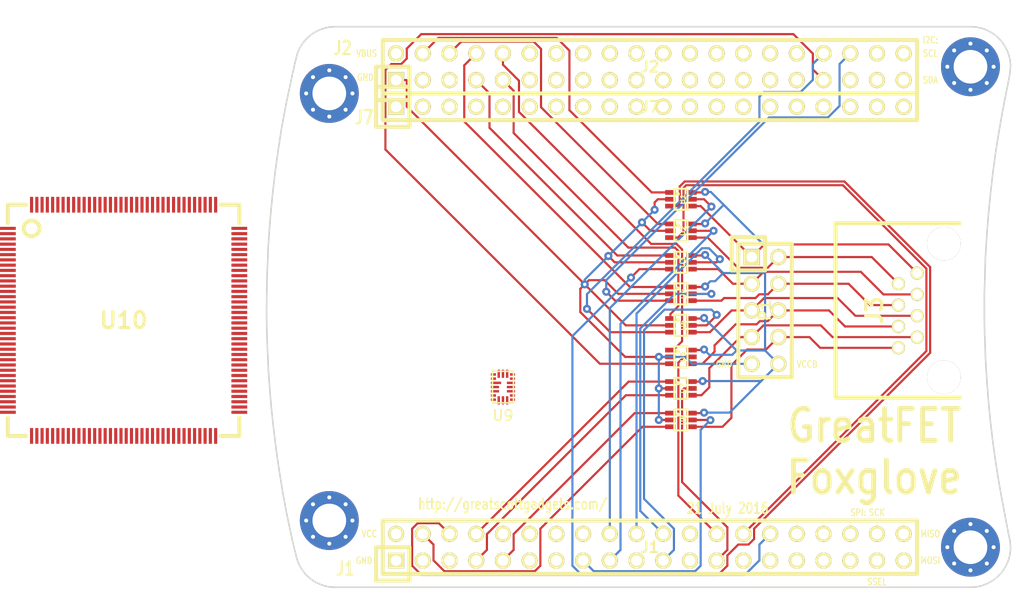
<source format=kicad_pcb>
(kicad_pcb (version 20221018) (generator pcbnew)
  (layers (0 "F.Cu" signal) (31 "B.Cu" signal) (34 "B.Paste" user) (35 "F.Paste" user) (36 "B.SilkS" user "B.Silkscreen") (37 "F.SilkS" user "F.Silkscreen") (38 "B.Mask" user) (39 "F.Mask" user) (44 "Edge.Cuts" user))
  (net 0 "")
  (net 1 "GND")
  (net 2 "VCC")
  (net 3 "Net-(J1-Pad3)")
  (net 4 "/A8")
  (net 5 "Net-(J1-Pad5)")
  (net 6 "/A1")
  (net 7 "/A7")
  (net 8 "/VA7")
  (net 9 "/VA8")
  (net 10 "Net-(J1-Pad10)")
  (net 11 "Net-(J1-Pad11)")
  (net 12 "Net-(J1-Pad12)")
  (net 13 "Net-(J1-Pad13)")
  (net 14 "Net-(J1-Pad14)")
  (net 15 "/DIR8")
  (net 16 "Net-(J1-Pad16)")
  (net 17 "/DIR2")
  (net 18 "/DIR1")
  (net 19 "Net-(J1-Pad19)")
  (net 20 "/DIR3")
  (net 21 "/DIR5")
  (net 22 "/DIR4")
  (net 23 "Net-(J1-Pad23)")
  (net 24 "Net-(J1-Pad24)")
  (net 25 "/DIR7")
  (net 26 "/DIR6")
  (net 27 "Net-(J1-Pad27)")
  (net 28 "/A2")
  (net 29 "Net-(J1-Pad29)")
  (net 30 "/A3")
  (net 31 "Net-(J1-Pad31)")
  (net 32 "Net-(J1-Pad32)")
  (net 33 "Net-(J1-Pad33)")
  (net 34 "Net-(J1-Pad34)")
  (net 35 "Net-(J1-Pad35)")
  (net 36 "Net-(J1-Pad36)")
  (net 37 "Net-(J1-Pad37)")
  (net 38 "Net-(J1-Pad38)")
  (net 39 "Net-(J1-Pad39)")
  (net 40 "Net-(J1-Pad40)")
  (net 41 "Net-(J2-Pad2)")
  (net 42 "Net-(J2-Pad3)")
  (net 43 "/VA1")
  (net 44 "Net-(J2-Pad5)")
  (net 45 "/VA2")
  (net 46 "/VA3")
  (net 47 "/VA4")
  (net 48 "/VA5")
  (net 49 "/VA6")
  (net 50 "Net-(J2-Pad11)")
  (net 51 "Net-(J2-Pad12)")
  (net 52 "Net-(J2-Pad13)")
  (net 53 "Net-(J2-Pad14)")
  (net 54 "Net-(J2-Pad15)")
  (net 55 "Net-(J2-Pad16)")
  (net 56 "Net-(J2-Pad17)")
  (net 57 "Net-(J2-Pad18)")
  (net 58 "Net-(J2-Pad19)")
  (net 59 "Net-(J2-Pad20)")
  (net 60 "Net-(J2-Pad21)")
  (net 61 "Net-(J2-Pad22)")
  (net 62 "Net-(J2-Pad23)")
  (net 63 "Net-(J2-Pad24)")
  (net 64 "Net-(J2-Pad25)")
  (net 65 "Net-(J2-Pad26)")
  (net 66 "Net-(J2-Pad27)")
  (net 67 "Net-(J2-Pad28)")
  (net 68 "Net-(J2-Pad29)")
  (net 69 "Net-(J2-Pad30)")
  (net 70 "Net-(J2-Pad31)")
  (net 71 "Net-(J2-Pad32)")
  (net 72 "/A6")
  (net 73 "/A5")
  (net 74 "Net-(J2-Pad35)")
  (net 75 "/A4")
  (net 76 "Net-(J2-Pad37)")
  (net 77 "Net-(J2-Pad38)")
  (net 78 "Net-(J2-Pad39)")
  (net 79 "Net-(J2-Pad40)")
  (net 80 "/B1")
  (net 81 "/B2")
  (net 82 "/B3")
  (net 83 "/B4")
  (net 84 "/B5")
  (net 85 "/B6")
  (net 86 "/B7")
  (net 87 "/B8")
  (net 88 "Net-(J7-Pad1)")
  (net 89 "Net-(J7-Pad2)")
  (net 90 "Net-(J7-Pad3)")
  (net 91 "Net-(J7-Pad4)")
  (net 92 "Net-(J7-Pad5)")
  (net 93 "Net-(J7-Pad6)")
  (net 94 "Net-(J7-Pad7)")
  (net 95 "Net-(J7-Pad8)")
  (net 96 "Net-(J7-Pad9)")
  (net 97 "Net-(J7-Pad10)")
  (net 98 "Net-(J7-Pad11)")
  (net 99 "Net-(J7-Pad12)")
  (net 100 "Net-(J7-Pad13)")
  (net 101 "Net-(J7-Pad14)")
  (net 102 "Net-(J7-Pad15)")
  (net 103 "Net-(J7-Pad16)")
  (net 104 "Net-(J7-Pad17)")
  (net 105 "Net-(J7-Pad18)")
  (net 106 "Net-(J7-Pad19)")
  (net 107 "Net-(J7-Pad20)")
  (net 108 "/VCCB")
  (net 109 "Net-(U9-Pad20)")
  (net 110 "Net-(U9-Pad19)")
  (net 111 "Net-(U9-Pad18)")
  (net 112 "Net-(U9-Pad17)")
  (net 113 "Net-(U9-Pad16)")
  (net 114 "Net-(U9-Pad15)")
  (net 115 "/VDD2")
  (net 116 "Net-(U9-Pad13)")
  (net 117 "Net-(U9-Pad12)")
  (net 118 "Net-(U9-Pad10)")
  (net 119 "Net-(U9-Pad9)")
  (net 120 "Net-(U9-Pad8)")
  (net 121 "Net-(U9-Pad7)")
  (net 122 "Net-(U9-Pad6)")
  (net 123 "Net-(U9-Pad5)")
  (net 124 "Net-(U9-Pad4)")
  (net 125 "Net-(U9-Pad3)")
  (net 126 "Net-(U9-Pad2)")
  (net 127 "Net-(U10-Pad1)")
  (net 128 "Net-(U10-Pad2)")
  (net 129 "Net-(U10-Pad3)")
  (net 130 "Net-(U10-Pad4)")
  (net 131 "Net-(U10-Pad5)")
  (net 132 "Net-(U10-Pad6)")
  (net 133 "Net-(U10-Pad7)")
  (net 134 "Net-(U10-Pad8)")
  (net 135 "Net-(U10-Pad9)")
  (net 136 "Net-(U10-Pad10)")
  (net 137 "Net-(U10-Pad11)")
  (net 138 "Net-(U10-Pad12)")
  (net 139 "Net-(U10-Pad13)")
  (net 140 "Net-(U10-Pad14)")
  (net 141 "Net-(U10-Pad15)")
  (net 142 "Net-(U10-Pad16)")
  (net 143 "Net-(U10-Pad17)")
  (net 144 "Net-(U10-Pad18)")
  (net 145 "Net-(U10-Pad19)")
  (net 146 "Net-(U10-Pad20)")
  (net 147 "Net-(U10-Pad21)")
  (net 148 "Net-(U10-Pad22)")
  (net 149 "Net-(U10-Pad23)")
  (net 150 "Net-(U10-Pad24)")
  (net 151 "Net-(U10-Pad25)")
  (net 152 "Net-(U10-Pad26)")
  (net 153 "Net-(U10-Pad27)")
  (net 154 "Net-(U10-Pad28)")
  (net 155 "Net-(U10-Pad29)")
  (net 156 "Net-(U10-Pad30)")
  (net 157 "Net-(U10-Pad31)")
  (net 158 "Net-(U10-Pad32)")
  (net 159 "Net-(U10-Pad33)")
  (net 160 "Net-(U10-Pad34)")
  (net 161 "Net-(U10-Pad35)")
  (net 162 "Net-(U10-Pad36)")
  (net 163 "Net-(U10-Pad37)")
  (net 164 "Net-(U10-Pad38)")
  (net 165 "Net-(U10-Pad39)")
  (net 166 "Net-(U10-Pad40)")
  (net 167 "Net-(U10-Pad41)")
  (net 168 "Net-(U10-Pad42)")
  (net 169 "Net-(U10-Pad43)")
  (net 170 "Net-(U10-Pad44)")
  (net 171 "Net-(U10-Pad45)")
  (net 172 "Net-(U10-Pad46)")
  (net 173 "Net-(U10-Pad47)")
  (net 174 "Net-(U10-Pad48)")
  (net 175 "Net-(U10-Pad49)")
  (net 176 "Net-(U10-Pad50)")
  (net 177 "Net-(U10-Pad51)")
  (net 178 "Net-(U10-Pad52)")
  (net 179 "Net-(U10-Pad53)")
  (net 180 "Net-(U10-Pad54)")
  (net 181 "Net-(U10-Pad55)")
  (net 182 "Net-(U10-Pad56)")
  (net 183 "Net-(U10-Pad57)")
  (net 184 "Net-(U10-Pad58)")
  (net 185 "Net-(U10-Pad59)")
  (net 186 "Net-(U10-Pad60)")
  (net 187 "Net-(U10-Pad61)")
  (net 188 "Net-(U10-Pad62)")
  (net 189 "Net-(U10-Pad63)")
  (net 190 "Net-(U10-Pad64)")
  (net 191 "Net-(U10-Pad65)")
  (net 192 "Net-(U10-Pad66)")
  (net 193 "Net-(U10-Pad67)")
  (net 194 "Net-(U10-Pad68)")
  (net 195 "Net-(U10-Pad69)")
  (net 196 "Net-(U10-Pad70)")
  (net 197 "Net-(U10-Pad71)")
  (net 198 "Net-(U10-Pad72)")
  (net 199 "Net-(U10-Pad73)")
  (net 200 "Net-(U10-Pad74)")
  (net 201 "Net-(U10-Pad75)")
  (net 202 "Net-(U10-Pad76)")
  (net 203 "Net-(U10-Pad77)")
  (net 204 "Net-(U10-Pad78)")
  (net 205 "Net-(U10-Pad79)")
  (net 206 "Net-(U10-Pad80)")
  (net 207 "Net-(U10-Pad81)")
  (net 208 "Net-(U10-Pad82)")
  (net 209 "Net-(U10-Pad83)")
  (net 210 "Net-(U10-Pad84)")
  (net 211 "Net-(U10-Pad85)")
  (net 212 "Net-(U10-Pad86)")
  (net 213 "Net-(U10-Pad87)")
  (net 214 "Net-(U10-Pad88)")
  (net 215 "Net-(U10-Pad89)")
  (net 216 "Net-(U10-Pad90)")
  (net 217 "Net-(U10-Pad91)")
  (net 218 "Net-(U10-Pad92)")
  (net 219 "Net-(U10-Pad93)")
  (net 220 "Net-(U10-Pad94)")
  (net 221 "Net-(U10-Pad95)")
  (net 222 "Net-(U10-Pad96)")
  (net 223 "Net-(U10-Pad97)")
  (net 224 "Net-(U10-Pad98)")
  (net 225 "Net-(U10-Pad99)")
  (net 226 "Net-(U10-Pad100)")
  (net 227 "Net-(U10-Pad101)")
  (net 228 "Net-(U10-Pad102)")
  (net 229 "Net-(U10-Pad103)")
  (net 230 "Net-(U10-Pad104)")
  (net 231 "Net-(U10-Pad105)")
  (net 232 "Net-(U10-Pad106)")
  (net 233 "Net-(U10-Pad107)")
  (net 234 "Net-(U10-Pad108)")
  (net 235 "Net-(U10-Pad109)")
  (net 236 "Net-(U10-Pad110)")
  (net 237 "Net-(U10-Pad111)")
  (net 238 "Net-(U10-Pad112)")
  (net 239 "Net-(U10-Pad113)")
  (net 240 "Net-(U10-Pad114)")
  (net 241 "Net-(U10-Pad115)")
  (net 242 "Net-(U10-Pad116)")
  (net 243 "Net-(U10-Pad117)")
  (net 244 "Net-(U10-Pad118)")
  (net 245 "Net-(U10-Pad119)")
  (net 246 "Net-(U10-Pad120)")
  (net 247 "Net-(U10-Pad121)")
  (net 248 "Net-(U10-Pad122)")
  (net 249 "Net-(U10-Pad123)")
  (net 250 "Net-(U10-Pad124)")
  (net 251 "Net-(U10-Pad125)")
  (net 252 "Net-(U10-Pad126)")
  (net 253 "Net-(U10-Pad127)")
  (net 254 "Net-(U10-Pad128)")
  (net 255 "Net-(U10-Pad129)")
  (net 256 "Net-(U10-Pad130)")
  (net 257 "Net-(U10-Pad131)")
  (net 258 "Net-(U10-Pad132)")
  (net 259 "Net-(U10-Pad133)")
  (net 260 "Net-(U10-Pad134)")
  (net 261 "Net-(U10-Pad135)")
  (net 262 "Net-(U10-Pad136)")
  (net 263 "Net-(U10-Pad137)")
  (net 264 "Net-(U10-Pad138)")
  (net 265 "Net-(U10-Pad139)")
  (net 266 "Net-(U10-Pad140)")
  (net 267 "Net-(U10-Pad141)")
  (net 268 "Net-(U10-Pad142)")
  (net 269 "Net-(U10-Pad143)")
  (net 270 "Net-(U10-Pad144)")
  (footprint "gsg-modules:HEADER-2x20" (layer "F.Cu") (at 146.05 118.11)
    (fp_text reference "J1")
    (fp_text value "NEIGHBOR1" hide)
  )
  (footprint "gsg-modules:HEADER-2x20" (layer "F.Cu") (at 146.05 72.39)
    (fp_text reference "J2")
    (fp_text value "NEIGHBOR2" hide)
  )
  (footprint "gsg-modules:HEADER-1x20" (layer "F.Cu") (at 146.05 76.2)
    (fp_text reference "J7")
    (fp_text value "BONUS_ROW" hide)
  )
  (footprint "gsg-modules:HOLE126MIL-COPPER" (layer "F.Cu") (at 115.57 74.93)
    (fp_text reference "MH1" hide)
    (fp_text value "MOUNTING_HOLE" hide)
  )
  (footprint "gsg-modules:HOLE126MIL-COPPER" (layer "F.Cu") (at 115.57 115.57)
    (fp_text reference "MH2" hide)
    (fp_text value "MOUNTING_HOLE" hide)
  )
  (footprint "gsg-modules:HOLE126MIL-COPPER" (layer "F.Cu") (at 176.53 118.11)
    (fp_text reference "MH3" hide)
    (fp_text value "MOUNTING_HOLE" hide)
  )
  (footprint "gsg-modules:HOLE126MIL-COPPER" (layer "F.Cu") (at 176.53 72.39)
    (fp_text reference "MH4" hide)
    (fp_text value "MOUNTING_HOLE" hide)
  )
  (footprint "gsg-modules:RJ45-RJHSE-5380" (layer "F.Cu") (at 174 95.58 90)
    (fp_text reference "J3")
    (fp_text value "RJ45" hide)
  )
  (footprint "gsg-modules:HEADER-2x5" (layer "F.Cu") (at 157 95.58 -90)
    (fp_text reference "P1")
    (fp_text value "CONN_02X05" hide)
  )
  (footprint "gsg-modules:SOT363" (layer "F.Cu") (at 149 85 -90)
    (fp_text reference "U1")
    (fp_text value "SHIFTER1" hide)
  )
  (footprint "gsg-modules:SOT363" (layer "F.Cu") (at 149 88 -90)
    (fp_text reference "U2")
    (fp_text value "SHIFTER2" hide)
  )
  (footprint "gsg-modules:SOT363" (layer "F.Cu") (at 149 91 -90)
    (fp_text reference "U3")
    (fp_text value "SHIFTER3" hide)
  )
  (footprint "gsg-modules:SOT363" (layer "F.Cu") (at 149 94 -90)
    (fp_text reference "U4")
    (fp_text value "SHIFTER4" hide)
  )
  (footprint "gsg-modules:SOT363" (layer "F.Cu") (at 149 97 -90)
    (fp_text reference "U5")
    (fp_text value "SHIFTER5" hide)
  )
  (footprint "gsg-modules:SOT363" (layer "F.Cu") (at 149 100 -90)
    (fp_text reference "U6")
    (fp_text value "SHIFTER6" hide)
  )
  (footprint "gsg-modules:SOT363" (layer "F.Cu") (at 149 103 -90)
    (fp_text reference "U7")
    (fp_text value "SHIFTER7" hide)
  )
  (footprint "gsg-modules:SOT363" (layer "F.Cu") (at 149 106 -90)
    (fp_text reference "U8")
    (fp_text value "SHIFTER8" hide)
  )
  (footprint "gsg-modules:SLG46621" (layer "F.Cu") (at 132.08 102.87)
    (fp_text reference "U9")
    (fp_text value "SLG46621")
  )
  (footprint "gsg-modules:LQFP144" (layer "F.Cu") (at 96.012 96.52)
    (fp_text reference "U10")
    (fp_text value "iCE40HX4K" hide)
  )
  (gr_line (start 109.601 95.5802) (end 109.6264 97.4852) (stroke (width 0.15)) (layer "Edge.Cuts"))
  (gr_line (start 110.5154 108.8136) (end 110.2614 106.7308) (stroke (width 0.15)) (layer "Edge.Cuts"))
  (gr_line (start 114.3762 121.4882) (end 114.0968 121.3358) (stroke (width 0.15)) (layer "Edge.Cuts"))
  (gr_line (start 178.2572 86.233) (end 178.4604 84.2264) (stroke (width 0.15)) (layer "Edge.Cuts"))
  (gr_line (start 110.4392 82.2706) (end 110.2106 84.201) (stroke (width 0.15)) (layer "Edge.Cuts"))
  (gr_line (start 116.1288 121.92) (end 115.6462 121.8946) (stroke (width 0.15)) (layer "Edge.Cuts"))
  (gr_line (start 114.0968 121.3358) (end 113.7412 121.0818) (stroke (width 0.15)) (layer "Edge.Cuts"))
  (gr_line (start 178.0794 102.108) (end 178.2318 104.1146) (stroke (width 0.15)) (layer "Edge.Cuts"))
  (gr_line (start 109.6518 92.1766) (end 109.6264 93.726) (stroke (width 0.15)) (layer "Edge.Cuts"))
  (gr_line (start 177.9524 90.5002) (end 177.9016 92.3544) (stroke (width 0.15)) (layer "Edge.Cuts"))
  (gr_line (start 112.4712 71.374) (end 112.395 71.6788) (stroke (width 0.15)) (layer "Edge.Cuts"))
  (gr_line (start 113.4872 120.8532) (end 113.2586 120.6246) (stroke (width 0.15)) (layer "Edge.Cuts"))
  (gr_line (start 176.53 121.92) (end 116.1288 121.92) (stroke (width 0.15)) (layer "Edge.Cuts"))
  (gr_line (start 112.5474 119.4054) (end 112.4458 119.0244) (stroke (width 0.15)) (layer "Edge.Cuts"))
  (gr_line (start 113.3856 69.7484) (end 113.1824 69.977) (stroke (width 0.15)) (layer "Edge.Cuts"))
  (gr_line (start 109.7534 89.7128) (end 109.728 90.5002) (stroke (width 0.15)) (layer "Edge.Cuts"))
  (gr_line (start 109.6772 98.933) (end 109.728 99.9998) (stroke (width 0.15)) (layer "Edge.Cuts"))
  (gr_arc (start 176.53 68.58) (mid 179.224077 69.695923) (end 180.34 72.39) (stroke (width 0.15)) (layer "Edge.Cuts"))
  (gr_line (start 109.728 90.5002) (end 109.6518 92.1766) (stroke (width 0.15)) (layer "Edge.Cuts"))
  (gr_line (start 177.9524 90.5002) (end 178.0794 88.4682) (stroke (width 0.15)) (layer "Edge.Cuts"))
  (gr_line (start 179.8828 115.4684) (end 180.1368 116.7892) (stroke (width 0.15)) (layer "Edge.Cuts"))
  (gr_line (start 178.6636 82.4484) (end 178.9176 80.5688) (stroke (width 0.15)) (layer "Edge.Cuts"))
  (gr_line (start 178.6382 107.9246) (end 178.8922 109.8042) (stroke (width 0.15)) (layer "Edge.Cuts"))
  (gr_line (start 116.1288 68.58) (end 115.697 68.6054) (stroke (width 0.15)) (layer "Edge.Cuts"))
  (gr_line (start 109.9058 103.0224) (end 109.7788 101.2952) (stroke (width 0.15)) (layer "Edge.Cuts"))
  (gr_line (start 178.9176 80.5688) (end 179.197 78.8162) (stroke (width 0.15)) (layer "Edge.Cuts"))
  (gr_line (start 115.697 68.6054) (end 115.2398 68.6816) (stroke (width 0.15)) (layer "Edge.Cuts"))
  (gr_line (start 112.8268 70.485) (end 112.649 70.8406) (stroke (width 0.15)) (layer "Edge.Cuts"))
  (gr_line (start 109.6264 97.4852) (end 109.6772 98.933) (stroke (width 0.15)) (layer "Edge.Cuts"))
  (gr_line (start 177.8508 96.393) (end 177.8762 97.79) (stroke (width 0.15)) (layer "Edge.Cuts"))
  (gr_line (start 112.5474 71.0946) (end 112.4712 71.374) (stroke (width 0.15)) (layer "Edge.Cuts"))
  (gr_line (start 114.0206 69.215) (end 113.6904 69.469) (stroke (width 0.15)) (layer "Edge.Cuts"))
  (gr_arc (start 180.34 118.11) (mid 179.224077 120.804077) (end 176.53 121.92) (stroke (width 0.15)) (layer "Edge.Cuts"))
  (gr_line (start 112.3442 118.6434) (end 112.0902 117.602) (stroke (width 0.15)) (layer "Edge.Cuts"))
  (gr_line (start 115.6462 121.8946) (end 115.2398 121.8184) (stroke (width 0.15)) (layer "Edge.Cuts"))
  (gr_line (start 111.4806 75.8444) (end 111.0488 78.1304) (stroke (width 0.15)) (layer "Edge.Cuts"))
  (gr_line (start 113.6904 69.469) (end 113.3856 69.7484) (stroke (width 0.15)) (layer "Edge.Cuts"))
  (gr_line (start 114.3762 69.0118) (end 114.0206 69.215) (stroke (width 0.15)) (layer "Edge.Cuts"))
  (gr_line (start 109.7788 101.2952) (end 109.728 99.9998) (stroke (width 0.15)) (layer "Edge.Cuts"))
  (gr_line (start 179.5526 113.7158) (end 179.8828 115.4684) (stroke (width 0.15)) (layer "Edge.Cuts"))
  (gr_line (start 179.5018 77.0636) (end 179.8066 75.438) (stroke (width 0.15)) (layer "Edge.Cuts"))
  (gr_line (start 178.2318 104.1146) (end 178.4096 105.9942) (stroke (width 0.15)) (layer "Edge.Cuts"))
  (gr_line (start 178.4096 105.9942) (end 178.6382 107.9246) (stroke (width 0.15)) (layer "Edge.Cuts"))
  (gr_line (start 110.7186 80.264) (end 110.4392 82.2706) (stroke (width 0.15)) (layer "Edge.Cuts"))
  (gr_line (start 178.4604 84.2264) (end 178.6636 82.4484) (stroke (width 0.15)) (layer "Edge.Cuts"))
  (gr_line (start 112.395 71.6788) (end 112.3188 71.9582) (stroke (width 0.15)) (layer "Edge.Cuts"))
  (gr_line (start 180.2892 117.5004) (end 180.34 118.11) (stroke (width 0.15)) (layer "Edge.Cuts"))
  (gr_line (start 177.8508 94.0054) (end 177.8508 95.123) (stroke (width 0.15)) (layer "Edge.Cuts"))
  (gr_line (start 112.014 73.3298) (end 111.4806 75.8444) (stroke (width 0.15)) (layer "Edge.Cuts"))
  (gr_line (start 109.8804 87.7824) (end 109.7534 89.7128) (stroke (width 0.15)) (layer "Edge.Cuts"))
  (gr_line (start 177.9016 92.3544) (end 177.8508 94.0054) (stroke (width 0.15)) (layer "Edge.Cuts"))
  (gr_line (start 115.2398 121.8184) (end 114.7572 121.666) (stroke (width 0.15)) (layer "Edge.Cuts"))
  (gr_line (start 177.927 99.0346) (end 177.9524 99.9998) (stroke (width 0.15)) (layer "Edge.Cuts"))
  (gr_line (start 109.6264 93.726) (end 109.601 95.5802) (stroke (width 0.15)) (layer "Edge.Cuts"))
  (gr_line (start 177.9524 99.9998) (end 178.0794 102.108) (stroke (width 0.15)) (layer "Edge.Cuts"))
  (gr_line (start 112.0902 117.602) (end 111.5314 114.9858) (stroke (width 0.15)) (layer "Edge.Cuts"))
  (gr_line (start 180.1368 116.7892) (end 180.2892 117.5004) (stroke (width 0.15)) (layer "Edge.Cuts"))
  (gr_line (start 179.2224 111.887) (end 179.5526 113.7158) (stroke (width 0.15)) (layer "Edge.Cuts"))
  (gr_line (start 180.2638 73.1266) (end 180.34 72.39) (stroke (width 0.15)) (layer "Edge.Cuts"))
  (gr_line (start 113.2586 120.6246) (end 113.03 120.3198) (stroke (width 0.15)) (layer "Edge.Cuts"))
  (gr_line (start 112.8776 120.0912) (end 112.6998 119.761) (stroke (width 0.15)) (layer "Edge.Cuts"))
  (gr_line (start 177.8508 95.123) (end 177.8508 96.393) (stroke (width 0.15)) (layer "Edge.Cuts"))
  (gr_line (start 180.1368 73.8124) (end 180.2638 73.1266) (stroke (width 0.15)) (layer "Edge.Cuts"))
  (gr_line (start 112.649 70.8406) (end 112.5474 71.0946) (stroke (width 0.15)) (layer "Edge.Cuts"))
  (gr_line (start 113.7412 121.0818) (end 113.4872 120.8532) (stroke (width 0.15)) (layer "Edge.Cuts"))
  (gr_line (start 177.8762 97.79) (end 177.927 99.0346) (stroke (width 0.15)) (layer "Edge.Cuts"))
  (gr_line (start 112.4458 119.0244) (end 112.3442 118.6434) (stroke (width 0.15)) (layer "Edge.Cuts"))
  (gr_line (start 179.197 78.8162) (end 179.5018 77.0636) (stroke (width 0.15)) (layer "Edge.Cuts"))
  (gr_line (start 179.8066 75.438) (end 180.1368 73.8124) (stroke (width 0.15)) (layer "Edge.Cuts"))
  (gr_line (start 116.1288 68.58) (end 176.53 68.58) (stroke (width 0.15)) (layer "Edge.Cuts"))
  (gr_line (start 115.2398 68.6816) (end 114.8334 68.8086) (stroke (width 0.15)) (layer "Edge.Cuts"))
  (gr_line (start 111.1504 112.9284) (end 110.7948 110.744) (stroke (width 0.15)) (layer "Edge.Cuts"))
  (gr_line (start 111.5314 114.9858) (end 111.1504 112.9284) (stroke (width 0.15)) (layer "Edge.Cuts"))
  (gr_line (start 178.0794 88.4682) (end 178.2572 86.233) (stroke (width 0.15)) (layer "Edge.Cuts"))
  (gr_line (start 113.03 120.3198) (end 112.8776 120.0912) (stroke (width 0.15)) (layer "Edge.Cuts"))
  (gr_line (start 110.2614 106.7308) (end 110.0582 104.8512) (stroke (width 0.15)) (layer "Edge.Cuts"))
  (gr_line (start 110.2106 84.201) (end 110.0074 86.2584) (stroke (width 0.15)) (layer "Edge.Cuts"))
  (gr_line (start 112.6998 119.761) (end 112.5474 119.4054) (stroke (width 0.15)) (layer "Edge.Cuts"))
  (gr_line (start 110.0582 104.8512) (end 109.9058 103.0224) (stroke (width 0.15)) (layer "Edge.Cuts"))
  (gr_line (start 110.0074 86.2584) (end 109.8804 87.7824) (stroke (width 0.15)) (layer "Edge.Cuts"))
  (gr_line (start 112.3188 71.9582) (end 112.014 73.3298) (stroke (width 0.15)) (layer "Edge.Cuts"))
  (gr_line (start 114.7572 121.666) (end 114.3762 121.4882) (stroke (width 0.15)) (layer "Edge.Cuts"))
  (gr_line (start 114.8334 68.8086) (end 114.3762 69.0118) (stroke (width 0.15)) (layer "Edge.Cuts"))
  (gr_line (start 113.1824 69.977) (end 113.0046 70.2056) (stroke (width 0.15)) (layer "Edge.Cuts"))
  (gr_line (start 111.0488 78.1304) (end 110.7186 80.264) (stroke (width 0.15)) (layer "Edge.Cuts"))
  (gr_line (start 113.0046 70.2056) (end 112.8268 70.485) (stroke (width 0.15)) (layer "Edge.Cuts"))
  (gr_line (start 110.7948 110.744) (end 110.5154 108.8136) (stroke (width 0.15)) (layer "Edge.Cuts"))
  (gr_line (start 178.8922 109.8042) (end 179.2224 111.887) (stroke (width 0.15)) (layer "Edge.Cuts"))
  (gr_text "J1" (at 117.094 120.142) (layer "F.SilkS") (effects (font (size 1.27 1.016) (thickness 0.2032))))
  (gr_text "J2" (at 116.84 70.612) (layer "F.SilkS") (effects (font (size 1.27 1.016) (thickness 0.2032))))
  (gr_text "J7" (at 118.872 77.216) (layer "F.SilkS") (effects (font (size 1.27 1.016) (thickness 0.2032))))
  (gr_text "MOSI" (at 172.72 119.38) (layer "F.SilkS") (effects (font (size 0.635 0.508) (thickness 0.1016))))
  (gr_text "MISO" (at 172.72 116.84) (layer "F.SilkS") (effects (font (size 0.635 0.508) (thickness 0.1016))))
  (gr_text "SSEL" (at 167.64 121.412) (layer "F.SilkS") (effects (font (size 0.635 0.508) (thickness 0.1016))))
  (gr_text "SCK" (at 167.64 114.808) (layer "F.SilkS") (effects (font (size 0.635 0.508) (thickness 0.1016))))
  (gr_text "SDA" (at 172.72 73.66) (layer "F.SilkS") (effects (font (size 0.635 0.508) (thickness 0.1016))))
  (gr_text "SCL" (at 172.72 71.12) (layer "F.SilkS") (effects (font (size 0.635 0.508) (thickness 0.1016))))
  (gr_text "I2C:" (at 172.72 69.85) (layer "F.SilkS") (effects (font (size 0.635 0.508) (thickness 0.1016))))
  (gr_text "SPI:" (at 165.862 114.808) (layer "F.SilkS") (effects (font (size 0.635 0.508) (thickness 0.1016))))
  (gr_text "GND" (at 118.872 119.38) (layer "F.SilkS") (effects (font (size 0.635 0.508) (thickness 0.1016))))
  (gr_text "VCC" (at 119.38 116.84) (layer "F.SilkS") (effects (font (size 0.635 0.508) (thickness 0.1016))))
  (gr_text "VBUS" (at 119.126 71.12) (layer "F.SilkS") (effects (font (size 0.635 0.508) (thickness 0.1016))))
  (gr_text "GND" (at 118.999 73.406) (layer "F.SilkS") (effects (font (size 0.635 0.508) (thickness 0.1016))))
  (gr_text "http://greatscottgadgets.com/" (at 133 114) (layer "F.SilkS") (effects (font (size 1.016 0.762) (thickness 0.1524))))
  (gr_text "21 July 2016" (at 153.4414 114.4016) (layer "F.SilkS") (effects (font (size 1.016 0.762) (thickness 0.1524))))
  (gr_text "VCCB" (at 161 100.7) (layer "F.SilkS") (effects (font (size 0.635 0.508) (thickness 0.1016))))
  (gr_text "GND" (at 153.1 100.7) (layer "F.SilkS") (effects (font (size 0.635 0.508) (thickness 0.1016))))
  (gr_text "GreatFET\nFoxglove" (at 167.386 109.0168) (layer "F.SilkS") (effects (font (size 3.048 2.54) (thickness 0.4572))))
  (segment (start 143.756318 97) (end 147.2968 97) (width 0.2032) (layer "F.Cu") (net 1))
  (segment (start 121.92 73.66) (end 122.8852 73.66) (width 0.2032) (layer "F.Cu") (net 1))
  (segment (start 147.2968 97) (end 148 97) (width 0.2032) (layer "F.Cu") (net 1))
  (segment (start 122.936001 76.179683) (end 139.856182 93.099864) (width 0.2032) (layer "F.Cu") (net 1))
  (segment (start 143.697034 100) (end 139.433417 95.736383) (width 0.2032) (layer "F.Cu") (net 1))
  (segment (start 122.8852 73.66) (end 122.936001 73.710801) (width 0.2032) (layer "F.Cu") (net 1))
  (segment (start 148 91) (end 142.7 91) (width 0.2032) (layer "F.Cu") (net 1))
  (segment (start 148 103) (end 146.9 103) (width 0.2032) (layer "F.Cu") (net 1))
  (segment (start 145.3 87.2) (end 146.1 88) (width 0.2032) (layer "F.Cu") (net 1))
  (segment (start 146.5 85.3) (end 146.8 85) (width 0.2032) (layer "F.Cu") (net 1))
  (segment (start 148 100) (end 143.697034 100) (width 0.2032) (layer "F.Cu") (net 1))
  (segment (start 139.433417 95.736383) (end 139.433417 93.522629) (width 0.2032) (layer "F.Cu") (net 1))
  (segment (start 122.936001 73.710801) (end 122.936001 76.179683) (width 0.2032) (layer "F.Cu") (net 1))
  (segment (start 140.256046 92.7) (end 139.856182 93.099864) (width 0.2032) (layer "F.Cu") (net 1))
  (segment (start 143.039802 94) (end 141.739802 92.7) (width 0.2032) (layer "F.Cu") (net 1))
  (segment (start 148 106) (end 146.9 106) (width 0.2032) (layer "F.Cu") (net 1))
  (segment (start 141.739802 92.7) (end 140.256046 92.7) (width 0.2032) (layer "F.Cu") (net 1))
  (segment (start 139.433417 93.522629) (end 139.856182 93.099864) (width 0.2032) (layer "F.Cu") (net 1))
  (segment (start 142.7 91) (end 142.1 90.4) (width 0.2032) (layer "F.Cu") (net 1))
  (segment (start 146.1 88) (end 148 88) (width 0.2032) (layer "F.Cu") (net 1))
  (segment (start 148 94) (end 143.039802 94) (width 0.2032) (layer "F.Cu") (net 1))
  (segment (start 139.856182 93.099864) (end 143.756318 97) (width 0.2032) (layer "F.Cu") (net 1))
  (segment (start 146.5 86) (end 146.5 85.3) (width 0.2032) (layer "F.Cu") (net 1))
  (segment (start 146.8 85) (end 148 85) (width 0.2032) (layer "F.Cu") (net 1))
  (via (at 146.9 100) (size 0.762) (drill 0.3302) (layers "F.Cu" "B.Cu") (net 1))
  (via (at 146.5 86) (size 0.762) (drill 0.3302) (layers "F.Cu" "B.Cu") (net 1))
  (via (at 145.3 87.2) (size 0.762) (drill 0.3302) (layers "F.Cu" "B.Cu") (net 1))
  (via (at 142.1 90.4) (size 0.762) (drill 0.3302) (layers "F.Cu" "B.Cu") (net 1))
  (via (at 146.9 103) (size 0.762) (drill 0.3302) (layers "F.Cu" "B.Cu") (net 1))
  (via (at 139.856182 93.099864) (size 0.762) (drill 0.3302) (layers "F.Cu" "B.Cu") (net 1))
  (via (at 146.9 106) (size 0.762) (drill 0.3302) (layers "F.Cu" "B.Cu") (net 1))
  (segment (start 155.73 100.66) (end 150.06 100.66) (width 0.2032) (layer "B.Cu") (net 1))
  (segment (start 142.1 90.4) (end 145.3 87.2) (width 0.2032) (layer "B.Cu") (net 1))
  (segment (start 146.9 106) (end 146.9 103) (width 0.2032) (layer "B.Cu") (net 1))
  (segment (start 142.1 90.4) (end 139.856182 92.643818) (width 0.2032) (layer "B.Cu") (net 1))
  (segment (start 149.4 100) (end 146.9 100) (width 0.2032) (layer "B.Cu") (net 1))
  (segment (start 146.9 103) (end 146.9 100) (width 0.2032) (layer "B.Cu") (net 1))
  (segment (start 145.3 87.2) (end 146.5 86) (width 0.2032) (layer "B.Cu") (net 1))
  (segment (start 150.06 100.66) (end 149.4 100) (width 0.2032) (layer "B.Cu") (net 1))
  (segment (start 139.856182 92.643818) (end 139.856182 93.099864) (width 0.2032) (layer "B.Cu") (net 1))
  (segment (start 125.476001 117.856001) (end 125.221999 117.601999) (width 0.2032) (layer "F.Cu") (net 4))
  (segment (start 126.512319 120.396001) (end 125.476001 119.359683) (width 0.2032) (layer "F.Cu") (net 4))
  (segment (start 148 106.65) (end 145.33832 106.65) (width 0.2032) (layer "F.Cu") (net 4))
  (segment (start 125.221999 117.601999) (end 124.46 116.84) (width 0.2032) (layer "F.Cu") (net 4))
  (segment (start 135.107681 120.396001) (end 126.512319 120.396001) (width 0.2032) (layer "F.Cu") (net 4))
  (segment (start 135.636001 119.867681) (end 135.107681 120.396001) (width 0.2032) (layer "F.Cu") (net 4))
  (segment (start 135.636001 116.352319) (end 135.636001 119.867681) (width 0.2032) (layer "F.Cu") (net 4))
  (segment (start 125.476001 119.359683) (end 125.476001 117.856001) (width 0.2032) (layer "F.Cu") (net 4))
  (segment (start 145.33832 106.65) (end 135.636001 116.352319) (width 0.2032) (layer "F.Cu") (net 4))
  (segment (start 123.443999 116.352319) (end 123.972319 115.823999) (width 0.2032) (layer "F.Cu") (net 6))
  (segment (start 153.416001 119.867681) (end 152.532072 120.75161) (width 0.2032) (layer "F.Cu") (net 6))
  (segment (start 172.694611 91.454781) (end 172.694611 99.613709) (width 0.2032) (layer "F.Cu") (net 6))
  (segment (start 172.694611 99.613709) (end 155.956001 116.352319) (width 0.2032) (layer "F.Cu") (net 6))
  (segment (start 152.532072 120.75161) (end 124.327928 120.75161) (width 0.2032) (layer "F.Cu") (net 6))
  (segment (start 155.956001 116.352319) (end 155.956001 117.327681) (width 0.2032) (layer "F.Cu") (net 6))
  (segment (start 154.452319 117.856001) (end 153.416001 118.892319) (width 0.2032) (layer "F.Cu") (net 6))
  (segment (start 164.54922 83.30939) (end 172.694611 91.454781) (width 0.2032) (layer "F.Cu") (net 6))
  (segment (start 148.89039 85.46281) (end 148.89039 83.7745) (width 0.2032) (layer "F.Cu") (net 6))
  (segment (start 155.427681 117.856001) (end 154.452319 117.856001) (width 0.2032) (layer "F.Cu") (net 6))
  (segment (start 123.972319 115.823999) (end 125.983999 115.823999) (width 0.2032) (layer "F.Cu") (net 6))
  (segment (start 148 85.65) (end 148.7032 85.65) (width 0.2032) (layer "F.Cu") (net 6))
  (segment (start 149.355501 83.309389) (end 164.54922 83.30939) (width 0.2032) (layer "F.Cu") (net 6))
  (segment (start 153.416001 118.892319) (end 153.416001 119.867681) (width 0.2032) (layer "F.Cu") (net 6))
  (segment (start 126.238001 116.078001) (end 127 116.84) (width 0.2032) (layer "F.Cu") (net 6))
  (segment (start 155.956001 117.327681) (end 155.427681 117.856001) (width 0.2032) (layer "F.Cu") (net 6))
  (segment (start 123.443999 119.867681) (end 123.443999 116.352319) (width 0.2032) (layer "F.Cu") (net 6))
  (segment (start 124.327928 120.75161) (end 123.443999 119.867681) (width 0.2032) (layer "F.Cu") (net 6))
  (segment (start 125.983999 115.823999) (end 126.238001 116.078001) (width 0.2032) (layer "F.Cu") (net 6))
  (segment (start 148.89039 83.7745) (end 149.355501 83.309389) (width 0.2032) (layer "F.Cu") (net 6))
  (segment (start 148.7032 85.65) (end 148.89039 85.46281) (width 0.2032) (layer "F.Cu") (net 6))
  (segment (start 143.766318 103.65) (end 130.556001 116.860317) (width 0.2032) (layer "F.Cu") (net 7))
  (segment (start 130.301999 118.618001) (end 129.54 119.38) (width 0.2032) (layer "F.Cu") (net 7))
  (segment (start 130.556001 116.860317) (end 130.556001 118.363999) (width 0.2032) (layer "F.Cu") (net 7))
  (segment (start 130.556001 118.363999) (end 130.301999 118.618001) (width 0.2032) (layer "F.Cu") (net 7))
  (segment (start 148 103.65) (end 143.766318 103.65) (width 0.2032) (layer "F.Cu") (net 7))
  (segment (start 148 102.35) (end 144.03 102.35) (width 0.2032) (layer "F.Cu") (net 8))
  (segment (start 144.03 102.35) (end 129.54 116.84) (width 0.2032) (layer "F.Cu") (net 8))
  (segment (start 133.096001 118.363999) (end 132.841999 118.618001) (width 0.2032) (layer "F.Cu") (net 9))
  (segment (start 132.841999 118.618001) (end 132.08 119.38) (width 0.2032) (layer "F.Cu") (net 9))
  (segment (start 144.606318 105.35) (end 133.096001 116.860317) (width 0.2032) (layer "F.Cu") (net 9))
  (segment (start 133.096001 116.860317) (end 133.096001 118.363999) (width 0.2032) (layer "F.Cu") (net 9))
  (segment (start 148 105.35) (end 144.606318 105.35) (width 0.2032) (layer "F.Cu") (net 9))
  (segment (start 150 106) (end 151.78501 106) (width 0.2032) (layer "F.Cu") (net 15))
  (segment (start 151.78501 106) (end 151.8 106.01499) (width 0.2032) (layer "F.Cu") (net 15))
  (via (at 151.8 106.01499) (size 0.762) (drill 0.3302) (layers "F.Cu" "B.Cu") (net 15))
  (segment (start 140.461999 120.141999) (end 139.7 119.38) (width 0.2032) (layer "B.Cu") (net 15))
  (segment (start 150.876001 106.938989) (end 150.876001 119.867681) (width 0.2032) (layer "B.Cu") (net 15))
  (segment (start 151.8 106.01499) (end 150.876001 106.938989) (width 0.2032) (layer "B.Cu") (net 15))
  (segment (start 140.716001 120.396001) (end 140.461999 120.141999) (width 0.2032) (layer "B.Cu") (net 15))
  (segment (start 150.347681 120.396001) (end 140.716001 120.396001) (width 0.2032) (layer "B.Cu") (net 15))
  (segment (start 150.876001 119.867681) (end 150.347681 120.396001) (width 0.2032) (layer "B.Cu") (net 15))
  (segment (start 150 88) (end 152.1 88) (width 0.2032) (layer "F.Cu") (net 17))
  (via (at 152.1 88) (size 0.762) (drill 0.3302) (layers "F.Cu" "B.Cu") (net 17))
  (segment (start 143.256001 118.363999) (end 143.001999 118.618001) (width 0.2032) (layer "B.Cu") (net 17))
  (segment (start 143.256001 96.843999) (end 143.256001 118.363999) (width 0.2032) (layer "B.Cu") (net 17))
  (segment (start 143.001999 118.618001) (end 142.24 119.38) (width 0.2032) (layer "B.Cu") (net 17))
  (segment (start 152.1 88) (end 143.256001 96.843999) (width 0.2032) (layer "B.Cu") (net 17))
  (segment (start 151.2 85) (end 151.9 85.7) (width 0.2032) (layer "F.Cu") (net 18))
  (segment (start 150 85) (end 151.2 85) (width 0.2032) (layer "F.Cu") (net 18))
  (via (at 151.9 85.7) (size 0.762) (drill 0.3302) (layers "F.Cu" "B.Cu") (net 18))
  (segment (start 142.24 95.36) (end 142.24 116.84) (width 0.2032) (layer "B.Cu") (net 18))
  (segment (start 151.9 85.7) (end 142.24 95.36) (width 0.2032) (layer "B.Cu") (net 18))
  (segment (start 152.4 91) (end 152.7 90.7) (width 0.2032) (layer "F.Cu") (net 20))
  (segment (start 150 91) (end 152.4 91) (width 0.2032) (layer "F.Cu") (net 20))
  (via (at 152.7 90.7) (size 0.762) (drill 0.3302) (layers "F.Cu" "B.Cu") (net 20))
  (segment (start 144.78 115.76237) (end 144.78 116.84) (width 0.2032) (layer "B.Cu") (net 20))
  (segment (start 150.995199 89.664999) (end 144.78 95.880198) (width 0.2032) (layer "B.Cu") (net 20))
  (segment (start 144.78 95.880198) (end 144.78 115.76237) (width 0.2032) (layer "B.Cu") (net 20))
  (segment (start 151.664999 89.664999) (end 150.995199 89.664999) (width 0.2032) (layer "B.Cu") (net 20))
  (segment (start 152.7 90.7) (end 151.664999 89.664999) (width 0.2032) (layer "B.Cu") (net 20))
  (segment (start 151.439802 97) (end 152.4 96.039802) (width 0.2032) (layer "F.Cu") (net 21))
  (segment (start 150 97) (end 151.439802 97) (width 0.2032) (layer "F.Cu") (net 21))
  (segment (start 152.4 96.039802) (end 152.4 96) (width 0.2032) (layer "F.Cu") (net 21))
  (via (at 152.4 96) (size 0.762) (drill 0.3302) (layers "F.Cu" "B.Cu") (net 21))
  (segment (start 152.4 96) (end 151.9 95.5) (width 0.2032) (layer "B.Cu") (net 21))
  (segment (start 151.9 95.5) (end 147.438518 95.5) (width 0.2032) (layer "B.Cu") (net 21))
  (segment (start 145.49122 113.507538) (end 148.336001 116.352319) (width 0.2032) (layer "B.Cu") (net 21))
  (segment (start 148.336001 116.352319) (end 148.336001 118.363999) (width 0.2032) (layer "B.Cu") (net 21))
  (segment (start 148.336001 118.363999) (end 148.081999 118.618001) (width 0.2032) (layer "B.Cu") (net 21))
  (segment (start 145.49122 97.447298) (end 145.49122 113.507538) (width 0.2032) (layer "B.Cu") (net 21))
  (segment (start 148.081999 118.618001) (end 147.32 119.38) (width 0.2032) (layer "B.Cu") (net 21))
  (segment (start 147.438518 95.5) (end 145.49122 97.447298) (width 0.2032) (layer "B.Cu") (net 21))
  (segment (start 150 94) (end 151.9 94) (width 0.2032) (layer "F.Cu") (net 22))
  (via (at 151.9 94) (size 0.762) (drill 0.3302) (layers "F.Cu" "B.Cu") (net 22))
  (segment (start 151.9 94) (end 148.43561 94) (width 0.2032) (layer "B.Cu") (net 22))
  (segment (start 145.13561 114.65561) (end 147.32 116.84) (width 0.2032) (layer "B.Cu") (net 22))
  (segment (start 148.43561 94) (end 145.13561 97.3) (width 0.2032) (layer "B.Cu") (net 22))
  (segment (start 145.13561 97.3) (end 145.13561 114.65561) (width 0.2032) (layer "B.Cu") (net 22))
  (segment (start 153.416001 118.363999) (end 153.161999 118.618001) (width 0.2032) (layer "F.Cu") (net 25))
  (segment (start 149.109611 103.187189) (end 149.109611 111.909611) (width 0.2032) (layer "F.Cu") (net 25))
  (segment (start 153.161999 118.618001) (end 152.4 119.38) (width 0.2032) (layer "F.Cu") (net 25))
  (segment (start 149.109611 111.909611) (end 153.416001 116.216001) (width 0.2032) (layer "F.Cu") (net 25))
  (segment (start 153.416001 116.216001) (end 153.416001 118.363999) (width 0.2032) (layer "F.Cu") (net 25))
  (segment (start 150 103) (end 149.2968 103) (width 0.2032) (layer "F.Cu") (net 25))
  (segment (start 149.2968 103) (end 149.109611 103.187189) (width 0.2032) (layer "F.Cu") (net 25))
  (segment (start 149.2968 100) (end 148.754001 100.542799) (width 0.2032) (layer "F.Cu") (net 26))
  (segment (start 148.754001 100.542799) (end 148.754001 113.194001) (width 0.2032) (layer "F.Cu") (net 26))
  (segment (start 150 100) (end 149.2968 100) (width 0.2032) (layer "F.Cu") (net 26))
  (segment (start 148.754001 113.194001) (end 152.4 116.84) (width 0.2032) (layer "F.Cu") (net 26))
  (segment (start 172.339001 91.602079) (end 172.339001 99.440999) (width 0.2032) (layer "F.Cu") (net 28))
  (segment (start 148.7032 88.65) (end 149.245999 88.107201) (width 0.2032) (layer "F.Cu") (net 28))
  (segment (start 172.339001 99.440999) (end 155.701999 116.078001) (width 0.2032) (layer "F.Cu") (net 28))
  (segment (start 149.245999 83.921799) (end 149.502799 83.664999) (width 0.2032) (layer "F.Cu") (net 28))
  (segment (start 149.245999 88.107201) (end 149.245999 83.921799) (width 0.2032) (layer "F.Cu") (net 28))
  (segment (start 155.701999 116.078001) (end 154.94 116.84) (width 0.2032) (layer "F.Cu") (net 28))
  (segment (start 164.401921 83.664999) (end 172.339001 91.602079) (width 0.2032) (layer "F.Cu") (net 28))
  (segment (start 149.502799 83.664999) (end 164.401921 83.664999) (width 0.2032) (layer "F.Cu") (net 28))
  (segment (start 148 88.65) (end 148.7032 88.65) (width 0.2032) (layer "F.Cu") (net 28))
  (segment (start 145.05196 91.65) (end 144.25098 92.45098) (width 0.2032) (layer "F.Cu") (net 30))
  (segment (start 148 91.65) (end 145.05196 91.65) (width 0.2032) (layer "F.Cu") (net 30))
  (via (at 144.25098 92.45098) (size 0.762) (drill 0.3302) (layers "F.Cu" "B.Cu") (net 30))
  (segment (start 138.683999 119.867681) (end 139.567929 120.751611) (width 0.2032) (layer "B.Cu") (net 30))
  (segment (start 155.072071 120.751611) (end 156.463999 119.359683) (width 0.2032) (layer "B.Cu") (net 30))
  (segment (start 144.25098 92.45098) (end 138.683999 98.017961) (width 0.2032) (layer "B.Cu") (net 30))
  (segment (start 156.718001 117.601999) (end 157.48 116.84) (width 0.2032) (layer "B.Cu") (net 30))
  (segment (start 139.567929 120.751611) (end 155.072071 120.751611) (width 0.2032) (layer "B.Cu") (net 30))
  (segment (start 156.463999 117.856001) (end 156.718001 117.601999) (width 0.2032) (layer "B.Cu") (net 30))
  (segment (start 156.463999 119.359683) (end 156.463999 117.856001) (width 0.2032) (layer "B.Cu") (net 30))
  (segment (start 138.683999 98.017961) (end 138.683999 119.867681) (width 0.2032) (layer "B.Cu") (net 30))
  (segment (start 146.226001 84.35) (end 138.4 76.523999) (width 0.2032) (layer "F.Cu") (net 43))
  (segment (start 125.93561 69.64439) (end 124.46 71.12) (width 0.2032) (layer "F.Cu") (net 43))
  (segment (start 137.188072 69.64439) (end 125.93561 69.64439) (width 0.2032) (layer "F.Cu") (net 43))
  (segment (start 138.4 76.523999) (end 138.4 70.856318) (width 0.2032) (layer "F.Cu") (net 43))
  (segment (start 138.4 70.856318) (end 137.188072 69.64439) (width 0.2032) (layer "F.Cu") (net 43))
  (segment (start 148 84.35) (end 146.226001 84.35) (width 0.2032) (layer "F.Cu") (net 43))
  (segment (start 148 87.35) (end 146.806318 87.35) (width 0.2032) (layer "F.Cu") (net 45))
  (segment (start 135.7 70.696318) (end 135.003682 70) (width 0.2032) (layer "F.Cu") (net 45))
  (segment (start 128.12 70) (end 127 71.12) (width 0.2032) (layer "F.Cu") (net 45))
  (segment (start 135.003682 70) (end 128.12 70) (width 0.2032) (layer "F.Cu") (net 45))
  (segment (start 135.7 76.243682) (end 135.7 70.696318) (width 0.2032) (layer "F.Cu") (net 45))
  (segment (start 146.806318 87.35) (end 135.7 76.243682) (width 0.2032) (layer "F.Cu") (net 45))
  (segment (start 142.95 90.35) (end 130.8 78.2) (width 0.2032) (layer "F.Cu") (net 46))
  (segment (start 130.8 74.92) (end 129.54 73.66) (width 0.2032) (layer "F.Cu") (net 46))
  (segment (start 148 90.35) (end 142.95 90.35) (width 0.2032) (layer "F.Cu") (net 46))
  (segment (start 130.8 78.2) (end 130.8 74.92) (width 0.2032) (layer "F.Cu") (net 46))
  (segment (start 144.15 93.35) (end 128.4 77.6) (width 0.2032) (layer "F.Cu") (net 47))
  (segment (start 128.4 72.26) (end 129.54 71.12) (width 0.2032) (layer "F.Cu") (net 47))
  (segment (start 128.4 77.6) (end 128.4 72.26) (width 0.2032) (layer "F.Cu") (net 47))
  (segment (start 148 93.35) (end 144.15 93.35) (width 0.2032) (layer "F.Cu") (net 47))
  (segment (start 148.754001 89.921799) (end 148.432202 89.6) (width 0.2032) (layer "F.Cu") (net 48))
  (segment (start 133.096001 78.696001) (end 133.096001 74.676001) (width 0.2032) (layer "F.Cu") (net 48))
  (segment (start 148 96.35) (end 148 95.9218) (width 0.2032) (layer "F.Cu") (net 48))
  (segment (start 148 95.9218) (end 148.754001 95.167799) (width 0.2032) (layer "F.Cu") (net 48))
  (segment (start 148.432202 89.6) (end 144 89.6) (width 0.2032) (layer "F.Cu") (net 48))
  (segment (start 133.096001 74.676001) (end 132.841999 74.421999) (width 0.2032) (layer "F.Cu") (net 48))
  (segment (start 148.754001 95.167799) (end 148.754001 89.921799) (width 0.2032) (layer "F.Cu") (net 48))
  (segment (start 144 89.6) (end 133.096001 78.696001) (width 0.2032) (layer "F.Cu") (net 48))
  (segment (start 132.841999 74.421999) (end 132.08 73.66) (width 0.2032) (layer "F.Cu") (net 48))
  (segment (start 132.08 71.12) (end 132.08 72.19763) (width 0.2032) (layer "F.Cu") (net 49))
  (segment (start 148.579501 89.244391) (end 149.109611 89.774501) (width 0.2032) (layer "F.Cu") (net 49))
  (segment (start 132.08 72.19763) (end 133.603999 73.721629) (width 0.2032) (layer "F.Cu") (net 49))
  (segment (start 133.603999 76.687681) (end 146.160708 89.24439) (width 0.2032) (layer "F.Cu") (net 49))
  (segment (start 146.160708 89.24439) (end 148.579501 89.244391) (width 0.2032) (layer "F.Cu") (net 49))
  (segment (start 149.109611 89.774501) (end 149.109611 98.515389) (width 0.2032) (layer "F.Cu") (net 49))
  (segment (start 148.275 99.35) (end 148 99.35) (width 0.2032) (layer "F.Cu") (net 49))
  (segment (start 149.109611 98.515389) (end 148.275 99.35) (width 0.2032) (layer "F.Cu") (net 49))
  (segment (start 133.603999 73.721629) (end 133.603999 76.687681) (width 0.2032) (layer "F.Cu") (net 49))
  (segment (start 161.543999 71.140317) (end 161.543999 72.643999) (width 0.2032) (layer "F.Cu") (net 72))
  (segment (start 121.462797 72.136001) (end 122.407681 72.136001) (width 0.2032) (layer "F.Cu") (net 72))
  (segment (start 122.936001 71.607681) (end 122.936001 70.662797) (width 0.2032) (layer "F.Cu") (net 72))
  (segment (start 120.903999 80.265201) (end 120.903999 72.694799) (width 0.2032) (layer "F.Cu") (net 72))
  (segment (start 120.903999 72.694799) (end 121.462797 72.136001) (width 0.2032) (layer "F.Cu") (net 72))
  (segment (start 161.543999 72.643999) (end 161.798001 72.898001) (width 0.2032) (layer "F.Cu") (net 72))
  (segment (start 124.310018 69.28878) (end 159.692462 69.28878) (width 0.2032) (layer "F.Cu") (net 72))
  (segment (start 141.288798 100.65) (end 120.903999 80.265201) (width 0.2032) (layer "F.Cu") (net 72))
  (segment (start 122.407681 72.136001) (end 122.936001 71.607681) (width 0.2032) (layer "F.Cu") (net 72))
  (segment (start 122.936001 70.662797) (end 124.310018 69.28878) (width 0.2032) (layer "F.Cu") (net 72))
  (segment (start 148 100.65) (end 141.288798 100.65) (width 0.2032) (layer "F.Cu") (net 72))
  (segment (start 159.692462 69.28878) (end 161.543999 71.140317) (width 0.2032) (layer "F.Cu") (net 72))
  (segment (start 161.798001 72.898001) (end 162.56 73.66) (width 0.2032) (layer "F.Cu") (net 72))
  (segment (start 148 97.65) (end 142.286836 97.65) (width 0.2032) (layer "F.Cu") (net 73))
  (segment (start 142.286836 97.65) (end 140.068418 95.431582) (width 0.2032) (layer "F.Cu") (net 73))
  (via (at 140.068418 95.431582) (size 0.762) (drill 0.3302) (layers "F.Cu" "B.Cu") (net 73))
  (segment (start 140.068418 95.431582) (end 140.068418 94.028674) (width 0.2032) (layer "B.Cu") (net 73))
  (segment (start 161.543999 72.136001) (end 161.798001 71.881999) (width 0.2032) (layer "B.Cu") (net 73))
  (segment (start 156.463999 77.633093) (end 156.463999 75.236001) (width 0.2032) (layer "B.Cu") (net 73))
  (segment (start 156.463999 75.236001) (end 156.9 74.8) (width 0.2032) (layer "B.Cu") (net 73))
  (segment (start 161.543999 73.639683) (end 161.543999 72.136001) (width 0.2032) (layer "B.Cu") (net 73))
  (segment (start 156.9 74.8) (end 160.383682 74.8) (width 0.2032) (layer "B.Cu") (net 73))
  (segment (start 161.798001 71.881999) (end 162.56 71.12) (width 0.2032) (layer "B.Cu") (net 73))
  (segment (start 160.383682 74.8) (end 161.543999 73.639683) (width 0.2032) (layer "B.Cu") (net 73))
  (segment (start 140.068418 94.028674) (end 156.463999 77.633093) (width 0.2032) (layer "B.Cu") (net 73))
  (segment (start 148 94.65) (end 142.75 94.65) (width 0.2032) (layer "F.Cu") (net 75))
  (segment (start 142.75 94.65) (end 141.9 93.8) (width 0.2032) (layer "F.Cu") (net 75))
  (via (at 141.9 93.8) (size 0.762) (drill 0.3302) (layers "F.Cu" "B.Cu") (net 75))
  (segment (start 162.983999 77.216001) (end 164.083999 76.116001) (width 0.2032) (layer "B.Cu") (net 75))
  (segment (start 141.9 93.8) (end 141.9 92.7) (width 0.2032) (layer "B.Cu") (net 75))
  (segment (start 164.338001 71.881999) (end 165.1 71.12) (width 0.2032) (layer "B.Cu") (net 75))
  (segment (start 157.383999 77.216001) (end 162.983999 77.216001) (width 0.2032) (layer "B.Cu") (net 75))
  (segment (start 164.083999 76.116001) (end 164.083999 72.136001) (width 0.2032) (layer "B.Cu") (net 75))
  (segment (start 141.9 92.7) (end 157.383999 77.216001) (width 0.2032) (layer "B.Cu") (net 75))
  (segment (start 164.083999 72.136001) (end 164.338001 71.881999) (width 0.2032) (layer "B.Cu") (net 75))
  (segment (start 168.736 89.3) (end 156.93 89.3) (width 0.2032) (layer "F.Cu") (net 80))
  (segment (start 156.93 89.3) (end 155.73 90.5) (width 0.2032) (layer "F.Cu") (net 80))
  (segment (start 150.88 85.65) (end 150 85.65) (width 0.2032) (layer "F.Cu") (net 80))
  (segment (start 171.46 92.024) (end 168.736 89.3) (width 0.2032) (layer "F.Cu") (net 80))
  (segment (start 155.73 90.5) (end 150.88 85.65) (width 0.2032) (layer "F.Cu") (net 80))
  (segment (start 167.142 90.5) (end 158.27 90.5) (width 0.2032) (layer "F.Cu") (net 81))
  (segment (start 158.27 90.5) (end 157.253999 91.516001) (width 0.2032) (layer "F.Cu") (net 81))
  (segment (start 151.55 88.65) (end 150 88.65) (width 0.2032) (layer "F.Cu") (net 81))
  (segment (start 157.253999 91.516001) (end 154.416001 91.516001) (width 0.2032) (layer "F.Cu") (net 81))
  (segment (start 169.682 93.04) (end 167.142 90.5) (width 0.2032) (layer "F.Cu") (net 81))
  (segment (start 154.416001 91.516001) (end 151.55 88.65) (width 0.2032) (layer "F.Cu") (net 81))
  (segment (start 168.256 94.056) (end 166.1 91.9) (width 0.2032) (layer "F.Cu") (net 82))
  (segment (start 166.1 91.9) (end 156.87 91.9) (width 0.2032) (layer "F.Cu") (net 82))
  (segment (start 156.87 91.9) (end 155.73 93.04) (width 0.2032) (layer "F.Cu") (net 82))
  (segment (start 171.46 94.056) (end 168.256 94.056) (width 0.2032) (layer "F.Cu") (net 82))
  (segment (start 153.94 93.04) (end 152.55 91.65) (width 0.2032) (layer "F.Cu") (net 82))
  (segment (start 152.55 91.65) (end 150 91.65) (width 0.2032) (layer "F.Cu") (net 82))
  (segment (start 155.73 93.04) (end 153.94 93.04) (width 0.2032) (layer "F.Cu") (net 82))
  (segment (start 166.972 95.072) (end 164.94 93.04) (width 0.2032) (layer "F.Cu") (net 83))
  (segment (start 164.94 93.04) (end 158.27 93.04) (width 0.2032) (layer "F.Cu") (net 83))
  (segment (start 156.1 94.4) (end 153.1 94.4) (width 0.2032) (layer "F.Cu") (net 83))
  (segment (start 169.682 95.072) (end 166.972 95.072) (width 0.2032) (layer "F.Cu") (net 83))
  (segment (start 158.27 93.04) (end 157.26561 94.04439) (width 0.2032) (layer "F.Cu") (net 83))
  (segment (start 157.26561 94.04439) (end 156.45561 94.04439) (width 0.2032) (layer "F.Cu") (net 83))
  (segment (start 153.1 94.4) (end 152.85 94.65) (width 0.2032) (layer "F.Cu") (net 83))
  (segment (start 156.45561 94.04439) (end 156.1 94.4) (width 0.2032) (layer "F.Cu") (net 83))
  (segment (start 152.85 94.65) (end 150 94.65) (width 0.2032) (layer "F.Cu") (net 83))
  (segment (start 165.588 96.088) (end 163.9 94.4) (width 0.2032) (layer "F.Cu") (net 84))
  (segment (start 163.9 94.4) (end 156.91 94.4) (width 0.2032) (layer "F.Cu") (net 84))
  (segment (start 156.91 94.4) (end 155.73 95.58) (width 0.2032) (layer "F.Cu") (net 84))
  (segment (start 153.82 95.58) (end 151.75 97.65) (width 0.2032) (layer "F.Cu") (net 84))
  (segment (start 155.73 95.58) (end 153.82 95.58) (width 0.2032) (layer "F.Cu") (net 84))
  (segment (start 151.75 97.65) (end 150 97.65) (width 0.2032) (layer "F.Cu") (net 84))
  (segment (start 171.46 96.088) (end 165.588 96.088) (width 0.2032) (layer "F.Cu") (net 84))
  (segment (start 164.604 97.104) (end 163.08 95.58) (width 0.2032) (layer "F.Cu") (net 85))
  (segment (start 163.08 95.58) (end 158.27 95.58) (width 0.2032) (layer "F.Cu") (net 85))
  (segment (start 152.2 99.5) (end 151.05 100.65) (width 0.2032) (layer "F.Cu") (net 85))
  (segment (start 156.5 96.6) (end 156.2 96.9) (width 0.2032) (layer "F.Cu") (net 85))
  (segment (start 151.05 100.65) (end 150 100.65) (width 0.2032) (layer "F.Cu") (net 85))
  (segment (start 152.2 98.9) (end 152.2 99.5) (width 0.2032) (layer "F.Cu") (net 85))
  (segment (start 156.2 96.9) (end 154.2 96.9) (width 0.2032) (layer "F.Cu") (net 85))
  (segment (start 169.682 97.104) (end 164.604 97.104) (width 0.2032) (layer "F.Cu") (net 85))
  (segment (start 157.25 96.6) (end 156.5 96.6) (width 0.2032) (layer "F.Cu") (net 85))
  (segment (start 154.2 96.9) (end 152.2 98.9) (width 0.2032) (layer "F.Cu") (net 85))
  (segment (start 158.27 95.58) (end 157.25 96.6) (width 0.2032) (layer "F.Cu") (net 85))
  (segment (start 163.42 98.12) (end 162.3 97) (width 0.2032) (layer "F.Cu") (net 86))
  (segment (start 162.3 97) (end 156.85 97) (width 0.2032) (layer "F.Cu") (net 86))
  (segment (start 156.85 97) (end 155.73 98.12) (width 0.2032) (layer "F.Cu") (net 86))
  (segment (start 171.46 98.12) (end 163.42 98.12) (width 0.2032) (layer "F.Cu") (net 86))
  (segment (start 151.7 102.9) (end 150.95 103.65) (width 0.2032) (layer "F.Cu") (net 86))
  (segment (start 150.95 103.65) (end 150 103.65) (width 0.2032) (layer "F.Cu") (net 86))
  (segment (start 155.73 98.12) (end 154.65237 98.12) (width 0.2032) (layer "F.Cu") (net 86))
  (segment (start 151.7 101.07237) (end 151.7 102.9) (width 0.2032) (layer "F.Cu") (net 86))
  (segment (start 154.65237 98.12) (end 151.7 101.07237) (width 0.2032) (layer "F.Cu") (net 86))
  (segment (start 162.236 99.136) (end 161.22 98.12) (width 0.2032) (layer "F.Cu") (net 87))
  (segment (start 161.22 98.12) (end 158.32 98.12) (width 0.2032) (layer "F.Cu") (net 87))
  (segment (start 152.95 106.65) (end 150 106.65) (width 0.2032) (layer "F.Cu") (net 87))
  (segment (start 153.8 100.8) (end 153.8 105.8) (width 0.2032) (layer "F.Cu") (net 87))
  (segment (start 155.3 99.3) (end 153.8 100.8) (width 0.2032) (layer "F.Cu") (net 87))
  (segment (start 153.8 105.8) (end 152.95 106.65) (width 0.2032) (layer "F.Cu") (net 87))
  (segment (start 157.09 99.3) (end 155.3 99.3) (width 0.2032) (layer "F.Cu") (net 87))
  (segment (start 158.27 98.12) (end 157.09 99.3) (width 0.2032) (layer "F.Cu") (net 87))
  (segment (start 169.682 99.136) (end 162.236 99.136) (width 0.2032) (layer "F.Cu") (net 87))
  (segment (start 150 93.35) (end 151.25 93.35) (width 0.2032) (layer "F.Cu") (net 108))
  (segment (start 151.25 90.35) (end 151.3 90.3) (width 0.2032) (layer "F.Cu") (net 108))
  (segment (start 151.25 84.35) (end 151.3 84.3) (width 0.2032) (layer "F.Cu") (net 108))
  (segment (start 150 105.35) (end 151.15 105.35) (width 0.2032) (layer "F.Cu") (net 108))
  (segment (start 150 90.35) (end 151.25 90.35) (width 0.2032) (layer "F.Cu") (net 108))
  (segment (start 151.15 105.35) (end 151.2 105.3) (width 0.2032) (layer "F.Cu") (net 108))
  (segment (start 150 84.35) (end 151.25 84.35) (width 0.2032) (layer "F.Cu") (net 108))
  (segment (start 150 99.35) (end 151.15 99.35) (width 0.2032) (layer "F.Cu") (net 108))
  (segment (start 150 102.35) (end 151.01499 102.35) (width 0.2032) (layer "F.Cu") (net 108))
  (segment (start 151.25 87.35) (end 151.3 87.3) (width 0.2032) (layer "F.Cu") (net 108))
  (segment (start 150 87.35) (end 151.25 87.35) (width 0.2032) (layer "F.Cu") (net 108))
  (segment (start 151.01499 102.35) (end 151.06499 102.3) (width 0.2032) (layer "F.Cu") (net 108))
  (segment (start 151.15 99.35) (end 151.2 99.3) (width 0.2032) (layer "F.Cu") (net 108))
  (segment (start 150 96.35) (end 151.15 96.35) (width 0.2032) (layer "F.Cu") (net 108))
  (segment (start 151.15 96.35) (end 151.2 96.3) (width 0.2032) (layer "F.Cu") (net 108))
  (segment (start 151.25 93.35) (end 151.3 93.3) (width 0.2032) (layer "F.Cu") (net 108))
  (via (at 151.3 84.3) (size 0.762) (drill 0.3302) (layers "F.Cu" "B.Cu") (net 108))
  (via (at 151.2 96.3) (size 0.762) (drill 0.3302) (layers "F.Cu" "B.Cu") (net 108))
  (via (at 151.3 90.3) (size 0.762) (drill 0.3302) (layers "F.Cu" "B.Cu") (net 108))
  (via (at 151.06499 102.3) (size 0.762) (drill 0.3302) (layers "F.Cu" "B.Cu") (net 108))
  (via (at 151.2 99.3) (size 0.762) (drill 0.3302) (layers "F.Cu" "B.Cu") (net 108))
  (via (at 151.3 93.3) (size 0.762) (drill 0.3302) (layers "F.Cu" "B.Cu") (net 108))
  (via (at 151.3 87.3) (size 0.762) (drill 0.3302) (layers "F.Cu" "B.Cu") (net 108))
  (via (at 151.2 105.3) (size 0.762) (drill 0.3302) (layers "F.Cu" "B.Cu") (net 108))
  (segment (start 154.29 99.39) (end 157 99.39) (width 0.2032) (layer "B.Cu") (net 108))
  (segment (start 151.3 90.3) (end 153.023999 92.023999) (width 0.2032) (layer "B.Cu") (net 108))
  (segment (start 151.2 99.3) (end 151.7 99.8) (width 0.2032) (layer "B.Cu") (net 108))
  (segment (start 151.3 87.3) (end 153.050286 85.549714) (width 0.2032) (layer "B.Cu") (net 108))
  (segment (start 151.838815 84.3) (end 153.088529 85.549714) (width 0.2032) (layer "B.Cu") (net 108))
  (segment (start 151.7 99.8) (end 153.88 99.8) (width 0.2032) (layer "B.Cu") (net 108))
  (segment (start 156.63 102.3) (end 158.27 100.66) (width 0.2032) (layer "B.Cu") (net 108))
  (segment (start 153.88 99.8) (end 154.29 99.39) (width 0.2032) (layer "B.Cu") (net 108))
  (segment (start 151.2 105.3) (end 153.63 105.3) (width 0.2032) (layer "B.Cu") (net 108))
  (segment (start 151.2 96.3) (end 154.29 99.39) (width 0.2032) (layer "B.Cu") (net 108))
  (segment (start 151.3 93.3) (end 151.8 92.8) (width 0.2032) (layer "B.Cu") (net 108))
  (segment (start 156.986135 92.023999) (end 157 92.037864) (width 0.2032) (layer "B.Cu") (net 108))
  (segment (start 153.63 105.3) (end 156.63 102.3) (width 0.2032) (layer "B.Cu") (net 108))
  (segment (start 151.8 92.8) (end 152.247998 92.8) (width 0.2032) (layer "B.Cu") (net 108))
  (segment (start 151.06499 102.3) (end 156.63 102.3) (width 0.2032) (layer "B.Cu") (net 108))
  (segment (start 157 89.461185) (end 157 92.037864) (width 0.2032) (layer "B.Cu") (net 108))
  (segment (start 152.247998 92.8) (end 153.023999 92.023999) (width 0.2032) (layer "B.Cu") (net 108))
  (segment (start 151.3 84.3) (end 151.838815 84.3) (width 0.2032) (layer "B.Cu") (net 108))
  (segment (start 153.050286 85.549714) (end 153.088529 85.549714) (width 0.2032) (layer "B.Cu") (net 108))
  (segment (start 153.088529 85.549714) (end 157 89.461185) (width 0.2032) (layer "B.Cu") (net 108))
  (segment (start 153.023999 92.023999) (end 156.986135 92.023999) (width 0.2032) (layer "B.Cu") (net 108))
  (segment (start 157 92.037864) (end 157 99.39) (width 0.2032) (layer "B.Cu") (net 108))
  (segment (start 157 99.39) (end 158.27 100.66) (width 0.2032) (layer "B.Cu") (net 108))
)
</source>
